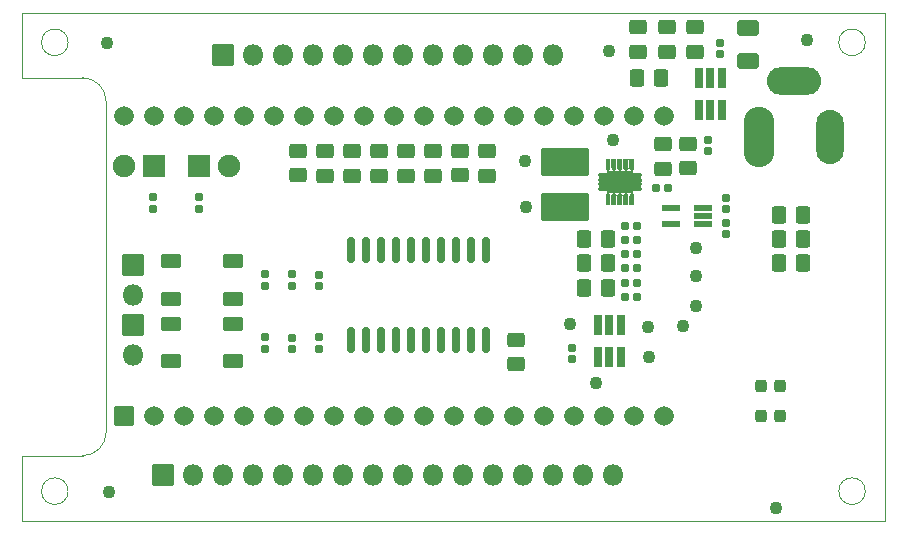
<source format=gbr>
G04 #@! TF.GenerationSoftware,KiCad,Pcbnew,5.99.0-unknown-308ab8caf~106~ubuntu18.04.1*
G04 #@! TF.CreationDate,2020-12-14T20:09:44-08:00*
G04 #@! TF.ProjectId,signal-board,7369676e-616c-42d6-926f-6172642e6b69,rev?*
G04 #@! TF.SameCoordinates,Original*
G04 #@! TF.FileFunction,Soldermask,Bot*
G04 #@! TF.FilePolarity,Negative*
%FSLAX46Y46*%
G04 Gerber Fmt 4.6, Leading zero omitted, Abs format (unit mm)*
G04 Created by KiCad (PCBNEW 5.99.0-unknown-308ab8caf~106~ubuntu18.04.1) date 2020-12-14 20:09:44*
%MOMM*%
%LPD*%
G01*
G04 APERTURE LIST*
G04 Aperture macros list*
%AMRoundRect*
0 Rectangle with rounded corners*
0 $1 Rounding radius*
0 $2 $3 $4 $5 $6 $7 $8 $9 X,Y pos of 4 corners*
0 Add a 4 corners polygon primitive as box body*
4,1,4,$2,$3,$4,$5,$6,$7,$8,$9,$2,$3,0*
0 Add four circle primitives for the rounded corners*
1,1,$1+$1,$2,$3,0*
1,1,$1+$1,$4,$5,0*
1,1,$1+$1,$6,$7,0*
1,1,$1+$1,$8,$9,0*
0 Add four rect primitives between the rounded corners*
20,1,$1+$1,$2,$3,$4,$5,0*
20,1,$1+$1,$4,$5,$6,$7,0*
20,1,$1+$1,$6,$7,$8,$9,0*
20,1,$1+$1,$8,$9,$2,$3,0*%
G04 Aperture macros list end*
G04 #@! TA.AperFunction,Profile*
%ADD10C,0.100000*%
G04 #@! TD*
G04 #@! TA.AperFunction,Profile*
%ADD11C,0.120000*%
G04 #@! TD*
%ADD12RoundRect,0.050800X0.850000X-0.850000X0.850000X0.850000X-0.850000X0.850000X-0.850000X-0.850000X0*%
%ADD13O,1.801600X1.801600*%
%ADD14O,2.601600X5.101600*%
%ADD15O,2.351600X4.601600*%
%ADD16O,4.601600X2.351600*%
%ADD17RoundRect,0.050800X0.780000X-0.780000X0.780000X0.780000X-0.780000X0.780000X-0.780000X-0.780000X0*%
%ADD18C,1.661600*%
%ADD19RoundRect,0.172900X-0.197900X0.172900X-0.197900X-0.172900X0.197900X-0.172900X0.197900X0.172900X0*%
%ADD20RoundRect,0.172900X-0.172900X-0.197900X0.172900X-0.197900X0.172900X0.197900X-0.172900X0.197900X0*%
%ADD21C,1.101600*%
%ADD22RoundRect,0.050800X-0.900000X-0.900000X0.900000X-0.900000X0.900000X0.900000X-0.900000X0.900000X0*%
%ADD23C,1.901600*%
%ADD24RoundRect,0.272087X0.478713X-0.353713X0.478713X0.353713X-0.478713X0.353713X-0.478713X-0.353713X0*%
%ADD25RoundRect,0.272087X-0.478713X0.353713X-0.478713X-0.353713X0.478713X-0.353713X0.478713X0.353713X0*%
%ADD26RoundRect,0.272087X0.353713X0.478713X-0.353713X0.478713X-0.353713X-0.478713X0.353713X-0.478713X0*%
%ADD27RoundRect,0.272087X-0.353713X-0.478713X0.353713X-0.478713X0.353713X0.478713X-0.353713X0.478713X0*%
%ADD28RoundRect,0.050800X0.775000X0.500000X-0.775000X0.500000X-0.775000X-0.500000X0.775000X-0.500000X0*%
%ADD29RoundRect,0.172900X0.197900X-0.172900X0.197900X0.172900X-0.197900X0.172900X-0.197900X-0.172900X0*%
%ADD30RoundRect,0.050800X0.900000X0.900000X-0.900000X0.900000X-0.900000X-0.900000X0.900000X-0.900000X0*%
%ADD31RoundRect,0.270320X0.655480X-0.405480X0.655480X0.405480X-0.655480X0.405480X-0.655480X-0.405480X0*%
%ADD32RoundRect,0.172900X0.172900X0.197900X-0.172900X0.197900X-0.172900X-0.197900X0.172900X-0.197900X0*%
%ADD33RoundRect,0.050800X-0.325000X0.780000X-0.325000X-0.780000X0.325000X-0.780000X0.325000X0.780000X0*%
%ADD34RoundRect,0.244150X-0.244150X-0.281650X0.244150X-0.281650X0.244150X0.281650X-0.244150X0.281650X0*%
%ADD35RoundRect,0.050800X-1.950000X1.100000X-1.950000X-1.100000X1.950000X-1.100000X1.950000X1.100000X0*%
%ADD36RoundRect,0.050800X0.750000X0.200000X-0.750000X0.200000X-0.750000X-0.200000X0.750000X-0.200000X0*%
%ADD37RoundRect,0.050800X0.850000X0.850000X-0.850000X0.850000X-0.850000X-0.850000X0.850000X-0.850000X0*%
%ADD38RoundRect,0.070000X-0.140000X0.140000X-0.140000X-0.140000X0.140000X-0.140000X0.140000X0.140000X0*%
%ADD39O,0.420000X0.990000*%
%ADD40RoundRect,0.050800X-0.350000X0.125000X-0.350000X-0.125000X0.350000X-0.125000X0.350000X0.125000X0*%
%ADD41RoundRect,0.050800X-0.300000X0.115000X-0.300000X-0.115000X0.300000X-0.115000X0.300000X0.115000X0*%
%ADD42RoundRect,0.050800X-0.450000X0.325000X-0.450000X-0.325000X0.450000X-0.325000X0.450000X0.325000X0*%
%ADD43C,0.701600*%
%ADD44RoundRect,0.050800X-1.075000X0.850000X-1.075000X-0.850000X1.075000X-0.850000X1.075000X0.850000X0*%
%ADD45RoundRect,0.175400X0.175400X-0.900400X0.175400X0.900400X-0.175400X0.900400X-0.175400X-0.900400X0*%
G04 APERTURE END LIST*
D10*
X170300000Y-141000000D02*
X170300000Y-98000000D01*
X170300000Y-141000000D02*
X97300000Y-141000000D01*
X97300000Y-135500000D02*
X97300000Y-141000000D01*
X104400000Y-133500000D02*
G75*
G02*
X102400000Y-135500000I-2000000J0D01*
G01*
X104400000Y-133500000D02*
X104400000Y-105500000D01*
X97300000Y-98000000D02*
X97300000Y-103500000D01*
D11*
X101175000Y-138500000D02*
G75*
G03*
X101175000Y-138500000I-1125000J0D01*
G01*
D10*
X102400000Y-103500000D02*
G75*
G02*
X104400000Y-105500000I0J-2000000D01*
G01*
D11*
X101175000Y-100500000D02*
G75*
G03*
X101175000Y-100500000I-1125000J0D01*
G01*
X97300000Y-98000000D02*
X170300000Y-98000000D01*
X168675000Y-138500000D02*
G75*
G03*
X168675000Y-138500000I-1125000J0D01*
G01*
D10*
X102400000Y-135500000D02*
X97300000Y-135500000D01*
D11*
X168675000Y-100500000D02*
G75*
G03*
X168675000Y-100500000I-1125000J0D01*
G01*
D10*
X102400000Y-103500000D02*
X97300000Y-103500000D01*
X170300000Y-141000000D02*
X170300000Y-98000000D01*
X170300000Y-141000000D02*
X97300000Y-141000000D01*
X97300000Y-135500000D02*
X97300000Y-141000000D01*
X104400000Y-133500000D02*
G75*
G02*
X102400000Y-135500000I-2000000J0D01*
G01*
X104400000Y-133500000D02*
X104400000Y-105500000D01*
X97300000Y-98000000D02*
X97300000Y-103500000D01*
D11*
X101175000Y-138500000D02*
G75*
G03*
X101175000Y-138500000I-1125000J0D01*
G01*
D10*
X102400000Y-103500000D02*
G75*
G02*
X104400000Y-105500000I0J-2000000D01*
G01*
D11*
X101175000Y-100500000D02*
G75*
G03*
X101175000Y-100500000I-1125000J0D01*
G01*
X97300000Y-98000000D02*
X170300000Y-98000000D01*
X168675000Y-138500000D02*
G75*
G03*
X168675000Y-138500000I-1125000J0D01*
G01*
D10*
X102400000Y-135500000D02*
X97300000Y-135500000D01*
D11*
X168675000Y-100500000D02*
G75*
G03*
X168675000Y-100500000I-1125000J0D01*
G01*
D10*
X102400000Y-103500000D02*
X97300000Y-103500000D01*
D12*
G04 #@! TO.C,J4*
X109220000Y-137160000D03*
D13*
X111760000Y-137160000D03*
X114300000Y-137160000D03*
X116840000Y-137160000D03*
X119380000Y-137160000D03*
X121920000Y-137160000D03*
X124460000Y-137160000D03*
X127000000Y-137160000D03*
X129540000Y-137160000D03*
X132080000Y-137160000D03*
X134620000Y-137160000D03*
X137160000Y-137160000D03*
X139700000Y-137160000D03*
X142240000Y-137160000D03*
X144780000Y-137160000D03*
X147320000Y-137160000D03*
G04 #@! TD*
D14*
G04 #@! TO.C,J1*
X159675000Y-108475000D03*
D15*
X165675000Y-108475000D03*
D16*
X162675000Y-103775000D03*
G04 #@! TD*
D12*
G04 #@! TO.C,J2*
X114300000Y-101600000D03*
D13*
X116840000Y-101600000D03*
X119380000Y-101600000D03*
X121920000Y-101600000D03*
X124460000Y-101600000D03*
X127000000Y-101600000D03*
X129540000Y-101600000D03*
X132080000Y-101600000D03*
X134620000Y-101600000D03*
X137160000Y-101600000D03*
X139700000Y-101600000D03*
X142240000Y-101600000D03*
G04 #@! TD*
D17*
G04 #@! TO.C,U2*
X105890000Y-132100000D03*
D18*
X108430000Y-132100000D03*
X110970000Y-132100000D03*
X113510000Y-132100000D03*
X116050000Y-132100000D03*
X118590000Y-132100000D03*
X121130000Y-132100000D03*
X123670000Y-132100000D03*
X126210000Y-132100000D03*
X128750000Y-132100000D03*
X131290000Y-132100000D03*
X133830000Y-132100000D03*
X136370000Y-132100000D03*
X138910000Y-132100000D03*
X141450000Y-132100000D03*
X143990000Y-132100000D03*
X146530000Y-132100000D03*
X149070000Y-132100000D03*
X151610000Y-132100000D03*
X105890000Y-106700000D03*
X108430000Y-106700000D03*
X110970000Y-106700000D03*
X113510000Y-106700000D03*
X116050000Y-106700000D03*
X118590000Y-106700000D03*
X121130000Y-106700000D03*
X123670000Y-106700000D03*
X126210000Y-106700000D03*
X128750000Y-106700000D03*
X131290000Y-106700000D03*
X133830000Y-106700000D03*
X136370000Y-106700000D03*
X138910000Y-106700000D03*
X141450000Y-106700000D03*
X143990000Y-106700000D03*
X146530000Y-106700000D03*
X149070000Y-106700000D03*
X151610000Y-106700000D03*
G04 #@! TD*
D19*
G04 #@! TO.C,R4*
X117856000Y-125490000D03*
X117856000Y-126460000D03*
G04 #@! TD*
D20*
G04 #@! TO.C,R2*
X148365666Y-117248220D03*
X149335666Y-117248220D03*
G04 #@! TD*
D21*
G04 #@! TO.C,TP_GND7*
X161150000Y-139900000D03*
G04 #@! TD*
G04 #@! TO.C,TP_GND4*
X104444800Y-100584000D03*
G04 #@! TD*
D22*
G04 #@! TO.C,D2*
X112268000Y-110998000D03*
D23*
X114808000Y-110998000D03*
G04 #@! TD*
D21*
G04 #@! TO.C,TP5*
X154330400Y-120319800D03*
G04 #@! TD*
D24*
G04 #@! TO.C,R12*
X132080000Y-111787000D03*
X132080000Y-109737000D03*
G04 #@! TD*
D25*
G04 #@! TO.C,C1*
X153644600Y-109109400D03*
X153644600Y-111159400D03*
G04 #@! TD*
D26*
G04 #@! TO.C,C6*
X146897200Y-119202200D03*
X144847200Y-119202200D03*
G04 #@! TD*
D19*
G04 #@! TO.C,R8*
X108407200Y-113611800D03*
X108407200Y-114581800D03*
G04 #@! TD*
D24*
G04 #@! TO.C,R10*
X136652000Y-111787000D03*
X136652000Y-109737000D03*
G04 #@! TD*
D21*
G04 #@! TO.C,TP_GND3*
X163728400Y-100304600D03*
G04 #@! TD*
G04 #@! TO.C,TP1*
X139827000Y-110540800D03*
G04 #@! TD*
D25*
G04 #@! TO.C,C2*
X151511000Y-109137800D03*
X151511000Y-111187800D03*
G04 #@! TD*
D21*
G04 #@! TO.C,TP2*
X153200000Y-124536200D03*
G04 #@! TD*
D19*
G04 #@! TO.C,R19*
X156387800Y-100530800D03*
X156387800Y-101500800D03*
G04 #@! TD*
D27*
G04 #@! TO.C,C13*
X161357200Y-119176800D03*
X163407200Y-119176800D03*
G04 #@! TD*
D24*
G04 #@! TO.C,C17*
X151873800Y-101278800D03*
X151873800Y-99228800D03*
G04 #@! TD*
D19*
G04 #@! TO.C,R7*
X122428000Y-120165000D03*
X122428000Y-121135000D03*
G04 #@! TD*
G04 #@! TO.C,R6*
X117856000Y-120156000D03*
X117856000Y-121126000D03*
G04 #@! TD*
D28*
G04 #@! TO.C,SW1*
X115147000Y-124308000D03*
X109897000Y-124308000D03*
X115147000Y-127508000D03*
X109897000Y-127508000D03*
G04 #@! TD*
D29*
G04 #@! TO.C,R24*
X156921200Y-116766200D03*
X156921200Y-115796200D03*
G04 #@! TD*
D26*
G04 #@! TO.C,C5*
X146897200Y-121259600D03*
X144847200Y-121259600D03*
G04 #@! TD*
D24*
G04 #@! TO.C,R16*
X122936000Y-111778000D03*
X122936000Y-109728000D03*
G04 #@! TD*
D30*
G04 #@! TO.C,D1*
X108458000Y-110998000D03*
D23*
X105918000Y-110998000D03*
G04 #@! TD*
D21*
G04 #@! TO.C,TP8*
X150317200Y-124612400D03*
G04 #@! TD*
D26*
G04 #@! TO.C,C15*
X151393000Y-103479600D03*
X149343000Y-103479600D03*
G04 #@! TD*
D31*
G04 #@! TO.C,F1*
X158750000Y-102085600D03*
X158750000Y-99285600D03*
G04 #@! TD*
D29*
G04 #@! TO.C,C9*
X120142000Y-121126000D03*
X120142000Y-120156000D03*
G04 #@! TD*
D32*
G04 #@! TO.C,R20*
X149335666Y-119639460D03*
X148365666Y-119639460D03*
G04 #@! TD*
D33*
G04 #@! TO.C,U3*
X146065200Y-124405400D03*
X147015200Y-124405400D03*
X147965200Y-124405400D03*
X147965200Y-127105400D03*
X147015200Y-127105400D03*
X146065200Y-127105400D03*
G04 #@! TD*
D29*
G04 #@! TO.C,C8*
X120142000Y-126469000D03*
X120142000Y-125499000D03*
G04 #@! TD*
D26*
G04 #@! TO.C,C7*
X146897200Y-117144800D03*
X144847200Y-117144800D03*
G04 #@! TD*
D24*
G04 #@! TO.C,C14*
X154279600Y-101278800D03*
X154279600Y-99228800D03*
G04 #@! TD*
D21*
G04 #@! TO.C,TP2-3*
X147345400Y-108737400D03*
G04 #@! TD*
D24*
G04 #@! TO.C,R15*
X125222000Y-111787000D03*
X125222000Y-109737000D03*
G04 #@! TD*
D34*
G04 #@! TO.C,D4*
X159862500Y-129625000D03*
X161437500Y-129625000D03*
G04 #@! TD*
D19*
G04 #@! TO.C,R5*
X122428000Y-125490000D03*
X122428000Y-126460000D03*
G04 #@! TD*
D28*
G04 #@! TO.C,SW2*
X115147000Y-119050000D03*
X109897000Y-119050000D03*
X115147000Y-122250000D03*
X109897000Y-122250000D03*
G04 #@! TD*
D21*
G04 #@! TO.C,TP10*
X139954000Y-114427000D03*
G04 #@! TD*
G04 #@! TO.C,TP11*
X150368000Y-127101600D03*
G04 #@! TD*
D24*
G04 #@! TO.C,C10*
X139065000Y-127771000D03*
X139065000Y-125721000D03*
G04 #@! TD*
D21*
G04 #@! TO.C,5V_SW1*
X145872200Y-129336800D03*
G04 #@! TD*
D19*
G04 #@! TO.C,R22*
X143840200Y-126362600D03*
X143840200Y-127332600D03*
G04 #@! TD*
D20*
G04 #@! TO.C,C3*
X150975200Y-112826800D03*
X151945200Y-112826800D03*
G04 #@! TD*
D24*
G04 #@! TO.C,R13*
X129794000Y-111787000D03*
X129794000Y-109737000D03*
G04 #@! TD*
D35*
G04 #@! TO.C,L1*
X143267100Y-110670600D03*
X143267100Y-114470600D03*
G04 #@! TD*
D27*
G04 #@! TO.C,C11*
X161357200Y-115112800D03*
X163407200Y-115112800D03*
G04 #@! TD*
D21*
G04 #@! TO.C,TP_GND5*
X104673400Y-138607800D03*
G04 #@! TD*
D24*
G04 #@! TO.C,R17*
X120650000Y-111769000D03*
X120650000Y-109719000D03*
G04 #@! TD*
D21*
G04 #@! TO.C,TP4*
X154330400Y-117932200D03*
G04 #@! TD*
D36*
G04 #@! TO.C,U5*
X154898400Y-114564400D03*
X154898400Y-115214400D03*
X154898400Y-115864400D03*
X152238400Y-115864400D03*
X152238400Y-114564400D03*
G04 #@! TD*
D29*
G04 #@! TO.C,R18*
X155346400Y-109730400D03*
X155346400Y-108760400D03*
G04 #@! TD*
D20*
G04 #@! TO.C,R3*
X148365666Y-122030700D03*
X149335666Y-122030700D03*
G04 #@! TD*
D21*
G04 #@! TO.C,TP9*
X143662400Y-124358400D03*
G04 #@! TD*
D20*
G04 #@! TO.C,R1*
X148365666Y-118443840D03*
X149335666Y-118443840D03*
G04 #@! TD*
D27*
G04 #@! TO.C,C12*
X161357200Y-117144800D03*
X163407200Y-117144800D03*
G04 #@! TD*
D20*
G04 #@! TO.C,R21*
X148365666Y-120835080D03*
X149335666Y-120835080D03*
G04 #@! TD*
D21*
G04 #@! TO.C,TP3*
X146964400Y-101219000D03*
G04 #@! TD*
D33*
G04 #@! TO.C,U4*
X154599600Y-103552000D03*
X155549600Y-103552000D03*
X156499600Y-103552000D03*
X156499600Y-106252000D03*
X155549600Y-106252000D03*
X154599600Y-106252000D03*
G04 #@! TD*
D21*
G04 #@! TO.C,TP6*
X154305000Y-122783600D03*
G04 #@! TD*
D34*
G04 #@! TO.C,D3*
X159862500Y-132100212D03*
X161437500Y-132100212D03*
G04 #@! TD*
D37*
G04 #@! TO.C,J5*
X106680000Y-124460000D03*
D13*
X106680000Y-127000000D03*
G04 #@! TD*
D38*
G04 #@! TO.C,U1*
X146917100Y-110560600D03*
D39*
X146917100Y-110845600D03*
X147417100Y-110845600D03*
D38*
X147417100Y-110560600D03*
D39*
X147917100Y-110845600D03*
D38*
X147917100Y-110560600D03*
X148417100Y-110560600D03*
D39*
X148417100Y-110845600D03*
X148917100Y-110845600D03*
D38*
X148917100Y-110560600D03*
X148917100Y-114080600D03*
D39*
X148917100Y-113795600D03*
X148417100Y-113795600D03*
D38*
X148417100Y-114080600D03*
X147917100Y-114080600D03*
D39*
X147917100Y-113795600D03*
D38*
X147417100Y-114080600D03*
D39*
X147417100Y-113795600D03*
D38*
X146917100Y-114080600D03*
D39*
X146917100Y-113795600D03*
D40*
X149342100Y-112520600D03*
D41*
X149342100Y-111720600D03*
D42*
X148477100Y-112755600D03*
X148477100Y-111885600D03*
X147357100Y-111885600D03*
D43*
X147917100Y-112320600D03*
D41*
X146492100Y-112920600D03*
X146492100Y-111720600D03*
X149342100Y-112120600D03*
D40*
X146492100Y-112120600D03*
X149342100Y-112920600D03*
X146492100Y-112520600D03*
D43*
X147417100Y-112820600D03*
D40*
X146492100Y-112920600D03*
X149342100Y-112120600D03*
D41*
X146492100Y-112120600D03*
D40*
X149342100Y-111720600D03*
D43*
X148417100Y-112820600D03*
D40*
X146492100Y-111720600D03*
D42*
X147357100Y-112755600D03*
D43*
X148417100Y-111820600D03*
D41*
X149342100Y-112520600D03*
D44*
X147917100Y-112320600D03*
D41*
X149342100Y-112920600D03*
X146492100Y-112520600D03*
D43*
X147417100Y-111820600D03*
G04 #@! TD*
D20*
G04 #@! TO.C,C4*
X148365666Y-116052600D03*
X149335666Y-116052600D03*
G04 #@! TD*
D19*
G04 #@! TO.C,R23*
X156921200Y-113662600D03*
X156921200Y-114632600D03*
G04 #@! TD*
D24*
G04 #@! TO.C,C16*
X149468000Y-101278800D03*
X149468000Y-99228800D03*
G04 #@! TD*
D45*
G04 #@! TO.C,IC1*
X136525000Y-125730000D03*
X135255000Y-125730000D03*
X133985000Y-125730000D03*
X132715000Y-125730000D03*
X131445000Y-125730000D03*
X130175000Y-125730000D03*
X128905000Y-125730000D03*
X127635000Y-125730000D03*
X126365000Y-125730000D03*
X125095000Y-125730000D03*
X125095000Y-118110000D03*
X126365000Y-118110000D03*
X127635000Y-118110000D03*
X128905000Y-118110000D03*
X130175000Y-118110000D03*
X131445000Y-118110000D03*
X132715000Y-118110000D03*
X133985000Y-118110000D03*
X135255000Y-118110000D03*
X136525000Y-118110000D03*
G04 #@! TD*
D24*
G04 #@! TO.C,R11*
X134366000Y-111769000D03*
X134366000Y-109719000D03*
G04 #@! TD*
D37*
G04 #@! TO.C,J6*
X106680000Y-119380000D03*
D13*
X106680000Y-121920000D03*
G04 #@! TD*
D19*
G04 #@! TO.C,R9*
X112268000Y-113637200D03*
X112268000Y-114607200D03*
G04 #@! TD*
D24*
G04 #@! TO.C,R14*
X127508000Y-111787000D03*
X127508000Y-109737000D03*
G04 #@! TD*
G36*
X147227942Y-113426513D02*
G01*
X147228097Y-113427846D01*
X147209100Y-113510460D01*
X147209101Y-113940596D01*
X147209100Y-113940604D01*
X147209100Y-114220401D01*
X147213895Y-114244511D01*
X147213252Y-114246405D01*
X147211290Y-114246795D01*
X147210270Y-114246012D01*
X147207646Y-114242085D01*
X147176530Y-114221293D01*
X147140028Y-114228555D01*
X147126666Y-114241917D01*
X147123930Y-114246012D01*
X147122136Y-114246897D01*
X147120473Y-114245786D01*
X147120305Y-114244511D01*
X147125100Y-114220401D01*
X147125100Y-113510826D01*
X147106206Y-113427999D01*
X147106796Y-113426088D01*
X147108746Y-113425643D01*
X147109819Y-113426443D01*
X147111863Y-113429502D01*
X147112162Y-113430223D01*
X147119456Y-113466890D01*
X147140246Y-113498005D01*
X147176530Y-113505223D01*
X147207472Y-113484547D01*
X147214705Y-113467087D01*
X147222037Y-113430225D01*
X147222336Y-113429504D01*
X147224485Y-113426287D01*
X147226279Y-113425402D01*
X147227942Y-113426513D01*
G37*
G36*
X148727942Y-113426513D02*
G01*
X148728097Y-113427846D01*
X148709100Y-113510460D01*
X148709101Y-113940596D01*
X148709100Y-113940604D01*
X148709100Y-114220401D01*
X148713895Y-114244511D01*
X148713252Y-114246405D01*
X148711290Y-114246795D01*
X148710270Y-114246012D01*
X148707646Y-114242085D01*
X148676530Y-114221293D01*
X148640028Y-114228555D01*
X148626666Y-114241917D01*
X148623930Y-114246012D01*
X148622136Y-114246897D01*
X148620473Y-114245786D01*
X148620305Y-114244511D01*
X148625100Y-114220401D01*
X148625100Y-113510826D01*
X148606206Y-113427999D01*
X148606796Y-113426088D01*
X148608746Y-113425643D01*
X148609819Y-113426443D01*
X148611863Y-113429502D01*
X148612162Y-113430223D01*
X148619456Y-113466890D01*
X148640246Y-113498005D01*
X148676530Y-113505223D01*
X148707472Y-113484547D01*
X148714705Y-113467087D01*
X148722037Y-113430225D01*
X148722336Y-113429504D01*
X148724485Y-113426287D01*
X148726279Y-113425402D01*
X148727942Y-113426513D01*
G37*
G36*
X148227942Y-113426513D02*
G01*
X148228097Y-113427846D01*
X148209100Y-113510460D01*
X148209101Y-113940596D01*
X148209100Y-113940604D01*
X148209100Y-114220401D01*
X148213895Y-114244511D01*
X148213252Y-114246405D01*
X148211290Y-114246795D01*
X148210270Y-114246012D01*
X148207646Y-114242085D01*
X148176530Y-114221293D01*
X148140028Y-114228555D01*
X148126666Y-114241917D01*
X148123930Y-114246012D01*
X148122136Y-114246897D01*
X148120473Y-114245786D01*
X148120305Y-114244511D01*
X148125100Y-114220401D01*
X148125100Y-113510826D01*
X148106206Y-113427999D01*
X148106796Y-113426088D01*
X148108746Y-113425643D01*
X148109819Y-113426443D01*
X148111863Y-113429502D01*
X148112162Y-113430223D01*
X148119456Y-113466890D01*
X148140246Y-113498005D01*
X148176530Y-113505223D01*
X148207472Y-113484547D01*
X148214705Y-113467087D01*
X148222037Y-113430225D01*
X148222336Y-113429504D01*
X148224485Y-113426287D01*
X148226279Y-113425402D01*
X148227942Y-113426513D01*
G37*
G36*
X147727942Y-113426513D02*
G01*
X147728097Y-113427846D01*
X147709100Y-113510460D01*
X147709101Y-113940596D01*
X147709100Y-113940604D01*
X147709100Y-114220401D01*
X147713895Y-114244511D01*
X147713252Y-114246405D01*
X147711290Y-114246795D01*
X147710270Y-114246012D01*
X147707646Y-114242085D01*
X147676530Y-114221293D01*
X147640028Y-114228555D01*
X147626666Y-114241917D01*
X147623930Y-114246012D01*
X147622136Y-114246897D01*
X147620473Y-114245786D01*
X147620305Y-114244511D01*
X147625100Y-114220401D01*
X147625100Y-113510826D01*
X147606206Y-113427999D01*
X147606796Y-113426088D01*
X147608746Y-113425643D01*
X147609819Y-113426443D01*
X147611863Y-113429502D01*
X147612162Y-113430223D01*
X147619456Y-113466890D01*
X147640246Y-113498005D01*
X147676530Y-113505223D01*
X147707472Y-113484547D01*
X147714705Y-113467087D01*
X147722037Y-113430225D01*
X147722336Y-113429504D01*
X147724485Y-113426287D01*
X147726279Y-113425402D01*
X147727942Y-113426513D01*
G37*
G36*
X148998936Y-113219020D02*
G01*
X148999326Y-113220982D01*
X148998543Y-113222002D01*
X148969205Y-113241605D01*
X148961987Y-113277889D01*
X148982663Y-113308831D01*
X148995767Y-113314260D01*
X148996113Y-113314445D01*
X149021701Y-113331542D01*
X149022586Y-113333336D01*
X149021475Y-113334999D01*
X149019721Y-113335006D01*
X148963525Y-113307900D01*
X148871030Y-113307819D01*
X148814642Y-113334896D01*
X148812647Y-113334744D01*
X148811782Y-113332941D01*
X148812665Y-113331430D01*
X148841078Y-113312445D01*
X148861870Y-113281329D01*
X148854652Y-113245045D01*
X148823621Y-113224311D01*
X148814268Y-113223390D01*
X148812642Y-113222225D01*
X148812838Y-113220235D01*
X148814464Y-113219400D01*
X148991901Y-113219400D01*
X148997042Y-113218377D01*
X148998936Y-113219020D01*
G37*
G36*
X146842299Y-113219400D02*
G01*
X147019735Y-113219400D01*
X147021467Y-113220400D01*
X147021467Y-113222400D01*
X147020500Y-113223248D01*
X146985558Y-113237722D01*
X146971401Y-113271899D01*
X146985683Y-113306379D01*
X146992873Y-113312281D01*
X147021697Y-113331540D01*
X147022582Y-113333334D01*
X147021471Y-113334997D01*
X147019717Y-113335004D01*
X146963525Y-113307900D01*
X146871030Y-113307819D01*
X146814642Y-113334896D01*
X146812647Y-113334744D01*
X146811782Y-113332941D01*
X146812665Y-113331430D01*
X146843194Y-113311032D01*
X146843142Y-113310236D01*
X146843824Y-113309458D01*
X146864995Y-113295313D01*
X146872212Y-113259029D01*
X146851536Y-113228086D01*
X146838490Y-113222682D01*
X146837272Y-113221095D01*
X146838037Y-113219247D01*
X146839645Y-113218872D01*
X146842299Y-113219400D01*
G37*
G36*
X148521467Y-113220400D02*
G01*
X148521467Y-113222400D01*
X148520500Y-113223248D01*
X148485558Y-113237722D01*
X148471401Y-113271899D01*
X148485683Y-113306379D01*
X148492873Y-113312281D01*
X148521697Y-113331540D01*
X148522582Y-113333334D01*
X148521471Y-113334997D01*
X148519717Y-113335004D01*
X148463525Y-113307900D01*
X148371030Y-113307819D01*
X148314642Y-113334896D01*
X148312647Y-113334744D01*
X148311782Y-113332941D01*
X148312665Y-113331430D01*
X148341078Y-113312445D01*
X148361870Y-113281329D01*
X148354652Y-113245045D01*
X148323621Y-113224311D01*
X148314268Y-113223390D01*
X148312642Y-113222225D01*
X148312838Y-113220235D01*
X148314464Y-113219400D01*
X148519735Y-113219400D01*
X148521467Y-113220400D01*
G37*
G36*
X148021467Y-113220400D02*
G01*
X148021467Y-113222400D01*
X148020500Y-113223248D01*
X147985558Y-113237722D01*
X147971401Y-113271899D01*
X147985683Y-113306379D01*
X147992873Y-113312281D01*
X148021697Y-113331540D01*
X148022582Y-113333334D01*
X148021471Y-113334997D01*
X148019717Y-113335004D01*
X147963525Y-113307900D01*
X147871030Y-113307819D01*
X147814642Y-113334896D01*
X147812647Y-113334744D01*
X147811782Y-113332941D01*
X147812665Y-113331430D01*
X147841078Y-113312445D01*
X147861870Y-113281329D01*
X147854652Y-113245045D01*
X147823621Y-113224311D01*
X147814268Y-113223390D01*
X147812642Y-113222225D01*
X147812838Y-113220235D01*
X147814464Y-113219400D01*
X148019735Y-113219400D01*
X148021467Y-113220400D01*
G37*
G36*
X147521467Y-113220400D02*
G01*
X147521467Y-113222400D01*
X147520500Y-113223248D01*
X147485558Y-113237722D01*
X147471401Y-113271899D01*
X147485683Y-113306379D01*
X147492873Y-113312281D01*
X147521697Y-113331540D01*
X147522582Y-113333334D01*
X147521471Y-113334997D01*
X147519717Y-113335004D01*
X147463525Y-113307900D01*
X147371030Y-113307819D01*
X147314642Y-113334896D01*
X147312647Y-113334744D01*
X147311782Y-113332941D01*
X147312665Y-113331430D01*
X147341078Y-113312445D01*
X147361870Y-113281329D01*
X147354652Y-113245045D01*
X147323621Y-113224311D01*
X147314268Y-113223390D01*
X147312642Y-113222225D01*
X147312838Y-113220235D01*
X147314464Y-113219400D01*
X147519735Y-113219400D01*
X147521467Y-113220400D01*
G37*
G36*
X149727908Y-112682799D02*
G01*
X149727575Y-112684041D01*
X149724362Y-112688851D01*
X149725002Y-112690149D01*
X149724669Y-112691129D01*
X149711278Y-112711170D01*
X149718540Y-112747672D01*
X149726526Y-112755658D01*
X149726775Y-112755960D01*
X149727576Y-112757158D01*
X149727707Y-112759154D01*
X149726044Y-112760266D01*
X149724802Y-112759933D01*
X149710761Y-112750552D01*
X149691901Y-112746800D01*
X149042900Y-112746800D01*
X149041168Y-112745800D01*
X149040900Y-112744800D01*
X149040900Y-112696400D01*
X149041900Y-112694668D01*
X149042900Y-112694400D01*
X149691901Y-112694400D01*
X149710761Y-112690648D01*
X149724801Y-112681267D01*
X149726797Y-112681136D01*
X149727908Y-112682799D01*
G37*
G36*
X146109398Y-112681267D02*
G01*
X146123439Y-112690648D01*
X146142299Y-112694400D01*
X146791300Y-112694400D01*
X146793032Y-112695400D01*
X146793300Y-112696400D01*
X146793300Y-112744800D01*
X146792300Y-112746532D01*
X146791300Y-112746800D01*
X146142299Y-112746800D01*
X146123439Y-112750552D01*
X146109399Y-112759933D01*
X146107403Y-112760064D01*
X146106292Y-112758401D01*
X146106625Y-112757159D01*
X146109838Y-112752349D01*
X146109198Y-112751051D01*
X146109531Y-112750071D01*
X146122922Y-112730030D01*
X146115660Y-112693528D01*
X146107674Y-112685542D01*
X146107425Y-112685240D01*
X146106624Y-112684042D01*
X146106493Y-112682046D01*
X146108156Y-112680934D01*
X146109398Y-112681267D01*
G37*
G36*
X149727908Y-112282799D02*
G01*
X149727575Y-112284041D01*
X149724362Y-112288851D01*
X149725002Y-112290149D01*
X149724669Y-112291129D01*
X149711278Y-112311170D01*
X149718540Y-112347672D01*
X149726526Y-112355658D01*
X149726775Y-112355960D01*
X149727576Y-112357158D01*
X149727707Y-112359154D01*
X149726044Y-112360266D01*
X149724802Y-112359933D01*
X149710761Y-112350552D01*
X149691901Y-112346800D01*
X149042900Y-112346800D01*
X149041168Y-112345800D01*
X149040900Y-112344800D01*
X149040900Y-112296400D01*
X149041900Y-112294668D01*
X149042900Y-112294400D01*
X149691901Y-112294400D01*
X149710761Y-112290648D01*
X149724801Y-112281267D01*
X149726797Y-112281136D01*
X149727908Y-112282799D01*
G37*
G36*
X146109398Y-112281267D02*
G01*
X146123439Y-112290648D01*
X146142299Y-112294400D01*
X146791300Y-112294400D01*
X146793032Y-112295400D01*
X146793300Y-112296400D01*
X146793300Y-112344800D01*
X146792300Y-112346532D01*
X146791300Y-112346800D01*
X146142299Y-112346800D01*
X146123439Y-112350552D01*
X146109399Y-112359933D01*
X146107403Y-112360064D01*
X146106292Y-112358401D01*
X146106625Y-112357159D01*
X146109838Y-112352349D01*
X146109198Y-112351051D01*
X146109531Y-112350071D01*
X146122922Y-112330030D01*
X146115660Y-112293528D01*
X146107674Y-112285542D01*
X146107425Y-112285240D01*
X146106624Y-112284042D01*
X146106493Y-112282046D01*
X146108156Y-112280934D01*
X146109398Y-112281267D01*
G37*
G36*
X149727908Y-111882799D02*
G01*
X149727575Y-111884041D01*
X149724362Y-111888851D01*
X149725002Y-111890149D01*
X149724669Y-111891129D01*
X149711278Y-111911170D01*
X149718540Y-111947672D01*
X149726526Y-111955658D01*
X149726775Y-111955960D01*
X149727576Y-111957158D01*
X149727707Y-111959154D01*
X149726044Y-111960266D01*
X149724802Y-111959933D01*
X149710761Y-111950552D01*
X149691901Y-111946800D01*
X149042900Y-111946800D01*
X149041168Y-111945800D01*
X149040900Y-111944800D01*
X149040900Y-111896400D01*
X149041900Y-111894668D01*
X149042900Y-111894400D01*
X149691901Y-111894400D01*
X149710761Y-111890648D01*
X149724801Y-111881267D01*
X149726797Y-111881136D01*
X149727908Y-111882799D01*
G37*
G36*
X146109398Y-111881267D02*
G01*
X146123439Y-111890648D01*
X146142299Y-111894400D01*
X146791300Y-111894400D01*
X146793032Y-111895400D01*
X146793300Y-111896400D01*
X146793300Y-111944800D01*
X146792300Y-111946532D01*
X146791300Y-111946800D01*
X146142299Y-111946800D01*
X146123439Y-111950552D01*
X146109399Y-111959933D01*
X146107403Y-111960064D01*
X146106292Y-111958401D01*
X146106625Y-111957159D01*
X146109838Y-111952349D01*
X146109198Y-111951051D01*
X146109531Y-111950071D01*
X146122922Y-111930030D01*
X146115660Y-111893528D01*
X146107674Y-111885542D01*
X146107425Y-111885240D01*
X146106624Y-111884042D01*
X146106493Y-111882046D01*
X146108156Y-111880934D01*
X146109398Y-111881267D01*
G37*
G36*
X146870675Y-111333300D02*
G01*
X146963170Y-111333381D01*
X147019556Y-111306305D01*
X147021551Y-111306457D01*
X147022416Y-111308260D01*
X147021533Y-111309771D01*
X146993122Y-111328755D01*
X146972330Y-111359871D01*
X146979548Y-111396155D01*
X147010579Y-111416889D01*
X147019830Y-111417800D01*
X147314067Y-111417800D01*
X147348642Y-111403478D01*
X147362799Y-111369301D01*
X147348517Y-111334821D01*
X147341327Y-111328920D01*
X147312500Y-111309659D01*
X147311615Y-111307865D01*
X147312726Y-111306202D01*
X147314480Y-111306195D01*
X147370675Y-111333300D01*
X147463170Y-111333381D01*
X147519556Y-111306305D01*
X147521551Y-111306457D01*
X147522416Y-111308260D01*
X147521533Y-111309771D01*
X147493122Y-111328755D01*
X147472330Y-111359871D01*
X147479548Y-111396155D01*
X147510579Y-111416889D01*
X147519932Y-111417810D01*
X147521558Y-111418975D01*
X147521362Y-111420965D01*
X147519736Y-111421800D01*
X146842299Y-111421800D01*
X146837158Y-111422823D01*
X146835264Y-111422180D01*
X146834874Y-111420218D01*
X146835657Y-111419198D01*
X146864995Y-111399595D01*
X146872213Y-111363311D01*
X146851537Y-111332369D01*
X146838432Y-111326940D01*
X146838086Y-111326755D01*
X146812500Y-111309658D01*
X146811615Y-111307864D01*
X146812726Y-111306201D01*
X146814480Y-111306194D01*
X146870675Y-111333300D01*
G37*
G36*
X148870675Y-111333300D02*
G01*
X148963170Y-111333381D01*
X149019556Y-111306305D01*
X149021551Y-111306457D01*
X149022416Y-111308260D01*
X149021533Y-111309771D01*
X148991006Y-111330168D01*
X148991058Y-111330964D01*
X148990376Y-111331742D01*
X148969205Y-111345887D01*
X148961988Y-111382171D01*
X148982664Y-111413114D01*
X148995710Y-111418518D01*
X148996928Y-111420105D01*
X148996163Y-111421953D01*
X148994555Y-111422328D01*
X148991901Y-111421800D01*
X148814465Y-111421800D01*
X148812733Y-111420800D01*
X148812733Y-111418800D01*
X148813700Y-111417952D01*
X148848642Y-111403478D01*
X148862799Y-111369301D01*
X148848517Y-111334821D01*
X148841327Y-111328920D01*
X148812500Y-111309659D01*
X148811615Y-111307865D01*
X148812726Y-111306202D01*
X148814480Y-111306195D01*
X148870675Y-111333300D01*
G37*
G36*
X148370675Y-111333300D02*
G01*
X148463170Y-111333381D01*
X148519556Y-111306305D01*
X148521551Y-111306457D01*
X148522416Y-111308260D01*
X148521533Y-111309771D01*
X148493122Y-111328755D01*
X148472330Y-111359871D01*
X148479548Y-111396155D01*
X148510579Y-111416889D01*
X148519932Y-111417810D01*
X148521558Y-111418975D01*
X148521362Y-111420965D01*
X148519736Y-111421800D01*
X147814465Y-111421800D01*
X147812733Y-111420800D01*
X147812733Y-111418800D01*
X147813700Y-111417952D01*
X147848642Y-111403478D01*
X147862799Y-111369301D01*
X147848517Y-111334821D01*
X147841327Y-111328920D01*
X147812500Y-111309659D01*
X147811615Y-111307865D01*
X147812726Y-111306202D01*
X147814480Y-111306195D01*
X147870675Y-111333300D01*
X147963170Y-111333381D01*
X148019556Y-111306305D01*
X148021551Y-111306457D01*
X148022416Y-111308260D01*
X148021533Y-111309771D01*
X147993122Y-111328755D01*
X147972330Y-111359871D01*
X147979548Y-111396155D01*
X148010579Y-111416889D01*
X148019830Y-111417800D01*
X148314067Y-111417800D01*
X148348642Y-111403478D01*
X148362799Y-111369301D01*
X148348517Y-111334821D01*
X148341327Y-111328920D01*
X148312500Y-111309659D01*
X148311615Y-111307865D01*
X148312726Y-111306202D01*
X148314480Y-111306195D01*
X148370675Y-111333300D01*
G37*
G36*
X148713727Y-110395414D02*
G01*
X148713895Y-110396689D01*
X148709100Y-110420799D01*
X148709100Y-110560234D01*
X148709101Y-111130374D01*
X148727995Y-111213200D01*
X148727405Y-111215111D01*
X148725455Y-111215556D01*
X148724382Y-111214756D01*
X148722338Y-111211697D01*
X148722039Y-111210976D01*
X148714745Y-111174309D01*
X148693955Y-111143193D01*
X148657672Y-111135975D01*
X148626729Y-111156651D01*
X148619496Y-111174111D01*
X148612163Y-111210976D01*
X148611864Y-111211697D01*
X148609715Y-111214913D01*
X148607921Y-111215798D01*
X148606258Y-111214687D01*
X148606103Y-111213354D01*
X148625100Y-111130741D01*
X148625100Y-110420799D01*
X148620305Y-110396689D01*
X148620948Y-110394795D01*
X148622910Y-110394405D01*
X148623930Y-110395188D01*
X148626554Y-110399115D01*
X148657670Y-110419907D01*
X148694172Y-110412645D01*
X148707534Y-110399283D01*
X148710270Y-110395188D01*
X148712064Y-110394303D01*
X148713727Y-110395414D01*
G37*
G36*
X147713727Y-110395414D02*
G01*
X147713895Y-110396689D01*
X147709100Y-110420799D01*
X147709100Y-110560234D01*
X147709101Y-111130374D01*
X147727995Y-111213200D01*
X147727405Y-111215111D01*
X147725455Y-111215556D01*
X147724382Y-111214756D01*
X147722338Y-111211697D01*
X147722039Y-111210976D01*
X147714745Y-111174309D01*
X147693955Y-111143193D01*
X147657672Y-111135975D01*
X147626729Y-111156651D01*
X147619496Y-111174111D01*
X147612163Y-111210976D01*
X147611864Y-111211697D01*
X147609715Y-111214913D01*
X147607921Y-111215798D01*
X147606258Y-111214687D01*
X147606103Y-111213354D01*
X147625100Y-111130741D01*
X147625100Y-110420799D01*
X147620305Y-110396689D01*
X147620948Y-110394795D01*
X147622910Y-110394405D01*
X147623930Y-110395188D01*
X147626554Y-110399115D01*
X147657670Y-110419907D01*
X147694172Y-110412645D01*
X147707534Y-110399283D01*
X147710270Y-110395188D01*
X147712064Y-110394303D01*
X147713727Y-110395414D01*
G37*
G36*
X147213727Y-110395414D02*
G01*
X147213895Y-110396689D01*
X147209100Y-110420799D01*
X147209100Y-110560234D01*
X147209101Y-111130374D01*
X147227995Y-111213200D01*
X147227405Y-111215111D01*
X147225455Y-111215556D01*
X147224382Y-111214756D01*
X147222338Y-111211697D01*
X147222039Y-111210976D01*
X147214745Y-111174309D01*
X147193955Y-111143193D01*
X147157672Y-111135975D01*
X147126729Y-111156651D01*
X147119496Y-111174111D01*
X147112163Y-111210976D01*
X147111864Y-111211697D01*
X147109715Y-111214913D01*
X147107921Y-111215798D01*
X147106258Y-111214687D01*
X147106103Y-111213354D01*
X147125100Y-111130741D01*
X147125100Y-110420799D01*
X147120305Y-110396689D01*
X147120948Y-110394795D01*
X147122910Y-110394405D01*
X147123930Y-110395188D01*
X147126554Y-110399115D01*
X147157670Y-110419907D01*
X147194172Y-110412645D01*
X147207534Y-110399283D01*
X147210270Y-110395188D01*
X147212064Y-110394303D01*
X147213727Y-110395414D01*
G37*
G36*
X148213727Y-110395414D02*
G01*
X148213895Y-110396689D01*
X148209100Y-110420799D01*
X148209100Y-110560234D01*
X148209101Y-111130374D01*
X148227995Y-111213200D01*
X148227405Y-111215111D01*
X148225455Y-111215556D01*
X148224382Y-111214756D01*
X148222338Y-111211697D01*
X148222039Y-111210976D01*
X148214745Y-111174309D01*
X148193955Y-111143193D01*
X148157672Y-111135975D01*
X148126729Y-111156651D01*
X148119496Y-111174111D01*
X148112163Y-111210976D01*
X148111864Y-111211697D01*
X148109715Y-111214913D01*
X148107921Y-111215798D01*
X148106258Y-111214687D01*
X148106103Y-111213354D01*
X148125100Y-111130741D01*
X148125100Y-110420799D01*
X148120305Y-110396689D01*
X148120948Y-110394795D01*
X148122910Y-110394405D01*
X148123930Y-110395188D01*
X148126554Y-110399115D01*
X148157670Y-110419907D01*
X148194172Y-110412645D01*
X148207534Y-110399283D01*
X148210270Y-110395188D01*
X148212064Y-110394303D01*
X148213727Y-110395414D01*
G37*
M02*

</source>
